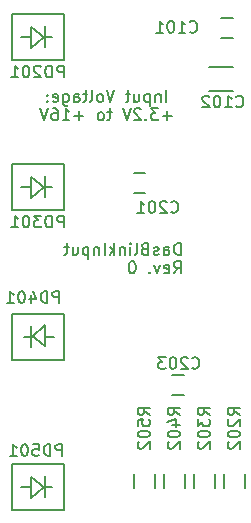
<source format=gbo>
G04 #@! TF.FileFunction,Legend,Bot*
%FSLAX46Y46*%
G04 Gerber Fmt 4.6, Leading zero omitted, Abs format (unit mm)*
G04 Created by KiCad (PCBNEW 4.0.2-stable) date Sunday, December 18, 2016 'PMt' 01:11:39 PM*
%MOMM*%
G01*
G04 APERTURE LIST*
%ADD10C,0.100000*%
%ADD11C,0.150000*%
G04 APERTURE END LIST*
D10*
D11*
X148986905Y-90609381D02*
X148986905Y-89609381D01*
X148748810Y-89609381D01*
X148605952Y-89657000D01*
X148510714Y-89752238D01*
X148463095Y-89847476D01*
X148415476Y-90037952D01*
X148415476Y-90180810D01*
X148463095Y-90371286D01*
X148510714Y-90466524D01*
X148605952Y-90561762D01*
X148748810Y-90609381D01*
X148986905Y-90609381D01*
X147558333Y-90609381D02*
X147558333Y-90085571D01*
X147605952Y-89990333D01*
X147701190Y-89942714D01*
X147891667Y-89942714D01*
X147986905Y-89990333D01*
X147558333Y-90561762D02*
X147653571Y-90609381D01*
X147891667Y-90609381D01*
X147986905Y-90561762D01*
X148034524Y-90466524D01*
X148034524Y-90371286D01*
X147986905Y-90276048D01*
X147891667Y-90228429D01*
X147653571Y-90228429D01*
X147558333Y-90180810D01*
X147129762Y-90561762D02*
X147034524Y-90609381D01*
X146844048Y-90609381D01*
X146748809Y-90561762D01*
X146701190Y-90466524D01*
X146701190Y-90418905D01*
X146748809Y-90323667D01*
X146844048Y-90276048D01*
X146986905Y-90276048D01*
X147082143Y-90228429D01*
X147129762Y-90133190D01*
X147129762Y-90085571D01*
X147082143Y-89990333D01*
X146986905Y-89942714D01*
X146844048Y-89942714D01*
X146748809Y-89990333D01*
X145939285Y-90085571D02*
X145796428Y-90133190D01*
X145748809Y-90180810D01*
X145701190Y-90276048D01*
X145701190Y-90418905D01*
X145748809Y-90514143D01*
X145796428Y-90561762D01*
X145891666Y-90609381D01*
X146272619Y-90609381D01*
X146272619Y-89609381D01*
X145939285Y-89609381D01*
X145844047Y-89657000D01*
X145796428Y-89704619D01*
X145748809Y-89799857D01*
X145748809Y-89895095D01*
X145796428Y-89990333D01*
X145844047Y-90037952D01*
X145939285Y-90085571D01*
X146272619Y-90085571D01*
X145129762Y-90609381D02*
X145225000Y-90561762D01*
X145272619Y-90466524D01*
X145272619Y-89609381D01*
X144748809Y-90609381D02*
X144748809Y-89942714D01*
X144748809Y-89609381D02*
X144796428Y-89657000D01*
X144748809Y-89704619D01*
X144701190Y-89657000D01*
X144748809Y-89609381D01*
X144748809Y-89704619D01*
X144272619Y-89942714D02*
X144272619Y-90609381D01*
X144272619Y-90037952D02*
X144225000Y-89990333D01*
X144129762Y-89942714D01*
X143986904Y-89942714D01*
X143891666Y-89990333D01*
X143844047Y-90085571D01*
X143844047Y-90609381D01*
X143367857Y-90609381D02*
X143367857Y-89609381D01*
X143272619Y-90228429D02*
X142986904Y-90609381D01*
X142986904Y-89942714D02*
X143367857Y-90323667D01*
X142558333Y-90609381D02*
X142558333Y-89609381D01*
X142082143Y-89942714D02*
X142082143Y-90609381D01*
X142082143Y-90037952D02*
X142034524Y-89990333D01*
X141939286Y-89942714D01*
X141796428Y-89942714D01*
X141701190Y-89990333D01*
X141653571Y-90085571D01*
X141653571Y-90609381D01*
X141177381Y-89942714D02*
X141177381Y-90942714D01*
X141177381Y-89990333D02*
X141082143Y-89942714D01*
X140891666Y-89942714D01*
X140796428Y-89990333D01*
X140748809Y-90037952D01*
X140701190Y-90133190D01*
X140701190Y-90418905D01*
X140748809Y-90514143D01*
X140796428Y-90561762D01*
X140891666Y-90609381D01*
X141082143Y-90609381D01*
X141177381Y-90561762D01*
X139844047Y-89942714D02*
X139844047Y-90609381D01*
X140272619Y-89942714D02*
X140272619Y-90466524D01*
X140225000Y-90561762D01*
X140129762Y-90609381D01*
X139986904Y-90609381D01*
X139891666Y-90561762D01*
X139844047Y-90514143D01*
X139510714Y-89942714D02*
X139129762Y-89942714D01*
X139367857Y-89609381D02*
X139367857Y-90466524D01*
X139320238Y-90561762D01*
X139225000Y-90609381D01*
X139129762Y-90609381D01*
X148415476Y-92159381D02*
X148748810Y-91683190D01*
X148986905Y-92159381D02*
X148986905Y-91159381D01*
X148605952Y-91159381D01*
X148510714Y-91207000D01*
X148463095Y-91254619D01*
X148415476Y-91349857D01*
X148415476Y-91492714D01*
X148463095Y-91587952D01*
X148510714Y-91635571D01*
X148605952Y-91683190D01*
X148986905Y-91683190D01*
X147605952Y-92111762D02*
X147701190Y-92159381D01*
X147891667Y-92159381D01*
X147986905Y-92111762D01*
X148034524Y-92016524D01*
X148034524Y-91635571D01*
X147986905Y-91540333D01*
X147891667Y-91492714D01*
X147701190Y-91492714D01*
X147605952Y-91540333D01*
X147558333Y-91635571D01*
X147558333Y-91730810D01*
X148034524Y-91826048D01*
X147225000Y-91492714D02*
X146986905Y-92159381D01*
X146748809Y-91492714D01*
X146367857Y-92064143D02*
X146320238Y-92111762D01*
X146367857Y-92159381D01*
X146415476Y-92111762D01*
X146367857Y-92064143D01*
X146367857Y-92159381D01*
X144939286Y-91159381D02*
X144844047Y-91159381D01*
X144748809Y-91207000D01*
X144701190Y-91254619D01*
X144653571Y-91349857D01*
X144605952Y-91540333D01*
X144605952Y-91778429D01*
X144653571Y-91968905D01*
X144701190Y-92064143D01*
X144748809Y-92111762D01*
X144844047Y-92159381D01*
X144939286Y-92159381D01*
X145034524Y-92111762D01*
X145082143Y-92064143D01*
X145129762Y-91968905D01*
X145177381Y-91778429D01*
X145177381Y-91540333D01*
X145129762Y-91349857D01*
X145082143Y-91254619D01*
X145034524Y-91207000D01*
X144939286Y-91159381D01*
X147771810Y-77655381D02*
X147771810Y-76655381D01*
X147295620Y-76988714D02*
X147295620Y-77655381D01*
X147295620Y-77083952D02*
X147248001Y-77036333D01*
X147152763Y-76988714D01*
X147009905Y-76988714D01*
X146914667Y-77036333D01*
X146867048Y-77131571D01*
X146867048Y-77655381D01*
X146390858Y-76988714D02*
X146390858Y-77988714D01*
X146390858Y-77036333D02*
X146295620Y-76988714D01*
X146105143Y-76988714D01*
X146009905Y-77036333D01*
X145962286Y-77083952D01*
X145914667Y-77179190D01*
X145914667Y-77464905D01*
X145962286Y-77560143D01*
X146009905Y-77607762D01*
X146105143Y-77655381D01*
X146295620Y-77655381D01*
X146390858Y-77607762D01*
X145057524Y-76988714D02*
X145057524Y-77655381D01*
X145486096Y-76988714D02*
X145486096Y-77512524D01*
X145438477Y-77607762D01*
X145343239Y-77655381D01*
X145200381Y-77655381D01*
X145105143Y-77607762D01*
X145057524Y-77560143D01*
X144724191Y-76988714D02*
X144343239Y-76988714D01*
X144581334Y-76655381D02*
X144581334Y-77512524D01*
X144533715Y-77607762D01*
X144438477Y-77655381D01*
X144343239Y-77655381D01*
X143390857Y-76655381D02*
X143057524Y-77655381D01*
X142724190Y-76655381D01*
X142248000Y-77655381D02*
X142343238Y-77607762D01*
X142390857Y-77560143D01*
X142438476Y-77464905D01*
X142438476Y-77179190D01*
X142390857Y-77083952D01*
X142343238Y-77036333D01*
X142248000Y-76988714D01*
X142105142Y-76988714D01*
X142009904Y-77036333D01*
X141962285Y-77083952D01*
X141914666Y-77179190D01*
X141914666Y-77464905D01*
X141962285Y-77560143D01*
X142009904Y-77607762D01*
X142105142Y-77655381D01*
X142248000Y-77655381D01*
X141343238Y-77655381D02*
X141438476Y-77607762D01*
X141486095Y-77512524D01*
X141486095Y-76655381D01*
X141105142Y-76988714D02*
X140724190Y-76988714D01*
X140962285Y-76655381D02*
X140962285Y-77512524D01*
X140914666Y-77607762D01*
X140819428Y-77655381D01*
X140724190Y-77655381D01*
X139962284Y-77655381D02*
X139962284Y-77131571D01*
X140009903Y-77036333D01*
X140105141Y-76988714D01*
X140295618Y-76988714D01*
X140390856Y-77036333D01*
X139962284Y-77607762D02*
X140057522Y-77655381D01*
X140295618Y-77655381D01*
X140390856Y-77607762D01*
X140438475Y-77512524D01*
X140438475Y-77417286D01*
X140390856Y-77322048D01*
X140295618Y-77274429D01*
X140057522Y-77274429D01*
X139962284Y-77226810D01*
X139057522Y-76988714D02*
X139057522Y-77798238D01*
X139105141Y-77893476D01*
X139152760Y-77941095D01*
X139247999Y-77988714D01*
X139390856Y-77988714D01*
X139486094Y-77941095D01*
X139057522Y-77607762D02*
X139152760Y-77655381D01*
X139343237Y-77655381D01*
X139438475Y-77607762D01*
X139486094Y-77560143D01*
X139533713Y-77464905D01*
X139533713Y-77179190D01*
X139486094Y-77083952D01*
X139438475Y-77036333D01*
X139343237Y-76988714D01*
X139152760Y-76988714D01*
X139057522Y-77036333D01*
X138200379Y-77607762D02*
X138295617Y-77655381D01*
X138486094Y-77655381D01*
X138581332Y-77607762D01*
X138628951Y-77512524D01*
X138628951Y-77131571D01*
X138581332Y-77036333D01*
X138486094Y-76988714D01*
X138295617Y-76988714D01*
X138200379Y-77036333D01*
X138152760Y-77131571D01*
X138152760Y-77226810D01*
X138628951Y-77322048D01*
X137724189Y-77560143D02*
X137676570Y-77607762D01*
X137724189Y-77655381D01*
X137771808Y-77607762D01*
X137724189Y-77560143D01*
X137724189Y-77655381D01*
X137724189Y-77036333D02*
X137676570Y-77083952D01*
X137724189Y-77131571D01*
X137771808Y-77083952D01*
X137724189Y-77036333D01*
X137724189Y-77131571D01*
X148248000Y-78824429D02*
X147486095Y-78824429D01*
X147867047Y-79205381D02*
X147867047Y-78443476D01*
X147105143Y-78205381D02*
X146486095Y-78205381D01*
X146819429Y-78586333D01*
X146676571Y-78586333D01*
X146581333Y-78633952D01*
X146533714Y-78681571D01*
X146486095Y-78776810D01*
X146486095Y-79014905D01*
X146533714Y-79110143D01*
X146581333Y-79157762D01*
X146676571Y-79205381D01*
X146962286Y-79205381D01*
X147057524Y-79157762D01*
X147105143Y-79110143D01*
X146057524Y-79110143D02*
X146009905Y-79157762D01*
X146057524Y-79205381D01*
X146105143Y-79157762D01*
X146057524Y-79110143D01*
X146057524Y-79205381D01*
X145628953Y-78300619D02*
X145581334Y-78253000D01*
X145486096Y-78205381D01*
X145248000Y-78205381D01*
X145152762Y-78253000D01*
X145105143Y-78300619D01*
X145057524Y-78395857D01*
X145057524Y-78491095D01*
X145105143Y-78633952D01*
X145676572Y-79205381D01*
X145057524Y-79205381D01*
X144771810Y-78205381D02*
X144438477Y-79205381D01*
X144105143Y-78205381D01*
X143152762Y-78538714D02*
X142771810Y-78538714D01*
X143009905Y-78205381D02*
X143009905Y-79062524D01*
X142962286Y-79157762D01*
X142867048Y-79205381D01*
X142771810Y-79205381D01*
X142295619Y-79205381D02*
X142390857Y-79157762D01*
X142438476Y-79110143D01*
X142486095Y-79014905D01*
X142486095Y-78729190D01*
X142438476Y-78633952D01*
X142390857Y-78586333D01*
X142295619Y-78538714D01*
X142152761Y-78538714D01*
X142057523Y-78586333D01*
X142009904Y-78633952D01*
X141962285Y-78729190D01*
X141962285Y-79014905D01*
X142009904Y-79110143D01*
X142057523Y-79157762D01*
X142152761Y-79205381D01*
X142295619Y-79205381D01*
X140771809Y-78824429D02*
X140009904Y-78824429D01*
X140390856Y-79205381D02*
X140390856Y-78443476D01*
X139009904Y-79205381D02*
X139581333Y-79205381D01*
X139295619Y-79205381D02*
X139295619Y-78205381D01*
X139390857Y-78348238D01*
X139486095Y-78443476D01*
X139581333Y-78491095D01*
X138152761Y-78205381D02*
X138343238Y-78205381D01*
X138438476Y-78253000D01*
X138486095Y-78300619D01*
X138581333Y-78443476D01*
X138628952Y-78633952D01*
X138628952Y-79014905D01*
X138581333Y-79110143D01*
X138533714Y-79157762D01*
X138438476Y-79205381D01*
X138247999Y-79205381D01*
X138152761Y-79157762D01*
X138105142Y-79110143D01*
X138057523Y-79014905D01*
X138057523Y-78776810D01*
X138105142Y-78681571D01*
X138152761Y-78633952D01*
X138247999Y-78586333D01*
X138438476Y-78586333D01*
X138533714Y-78633952D01*
X138581333Y-78681571D01*
X138628952Y-78776810D01*
X137771809Y-78205381D02*
X137438476Y-79205381D01*
X137105142Y-78205381D01*
X152408000Y-70524000D02*
X153408000Y-70524000D01*
X153408000Y-72224000D02*
X152408000Y-72224000D01*
X151400000Y-74667000D02*
X153400000Y-74667000D01*
X153400000Y-76717000D02*
X151400000Y-76717000D01*
X146016600Y-85406600D02*
X145016600Y-85406600D01*
X145016600Y-83706600D02*
X146016600Y-83706600D01*
X148293200Y-100800800D02*
X149293200Y-100800800D01*
X149293200Y-102500800D02*
X148293200Y-102500800D01*
X136306000Y-72136000D02*
X135506000Y-72136000D01*
X137506000Y-72136000D02*
X138106000Y-72136000D01*
X134706000Y-70186000D02*
X134706000Y-74086000D01*
X139106000Y-70186000D02*
X139106000Y-74086000D01*
X139106000Y-74086000D02*
X134706000Y-74086000D01*
X139106000Y-70186000D02*
X134706000Y-70186000D01*
X137506000Y-72236000D02*
X136306000Y-71336000D01*
X136306000Y-71336000D02*
X136306000Y-73136000D01*
X136306000Y-73136000D02*
X137406000Y-72136000D01*
X137506000Y-71236000D02*
X137506000Y-73036000D01*
X136306000Y-84836000D02*
X135506000Y-84836000D01*
X137506000Y-84836000D02*
X138106000Y-84836000D01*
X134706000Y-82886000D02*
X134706000Y-86786000D01*
X139106000Y-82886000D02*
X139106000Y-86786000D01*
X139106000Y-86786000D02*
X134706000Y-86786000D01*
X139106000Y-82886000D02*
X134706000Y-82886000D01*
X137506000Y-84936000D02*
X136306000Y-84036000D01*
X136306000Y-84036000D02*
X136306000Y-85836000D01*
X136306000Y-85836000D02*
X137406000Y-84836000D01*
X137506000Y-83936000D02*
X137506000Y-85736000D01*
X137506000Y-97536000D02*
X138306000Y-97536000D01*
X136306000Y-97536000D02*
X135706000Y-97536000D01*
X139106000Y-99486000D02*
X139106000Y-95586000D01*
X134706000Y-99486000D02*
X134706000Y-95586000D01*
X134706000Y-95586000D02*
X139106000Y-95586000D01*
X134706000Y-99486000D02*
X139106000Y-99486000D01*
X136306000Y-97436000D02*
X137506000Y-98336000D01*
X137506000Y-98336000D02*
X137506000Y-96536000D01*
X137506000Y-96536000D02*
X136406000Y-97536000D01*
X136306000Y-98436000D02*
X136306000Y-96636000D01*
X136306000Y-110236000D02*
X135506000Y-110236000D01*
X137506000Y-110236000D02*
X138106000Y-110236000D01*
X134706000Y-108286000D02*
X134706000Y-112186000D01*
X139106000Y-108286000D02*
X139106000Y-112186000D01*
X139106000Y-112186000D02*
X134706000Y-112186000D01*
X139106000Y-108286000D02*
X134706000Y-108286000D01*
X137506000Y-110336000D02*
X136306000Y-109436000D01*
X136306000Y-109436000D02*
X136306000Y-111236000D01*
X136306000Y-111236000D02*
X137406000Y-110236000D01*
X137506000Y-109336000D02*
X137506000Y-111136000D01*
X152668000Y-109128000D02*
X152668000Y-110328000D01*
X154418000Y-110328000D02*
X154418000Y-109128000D01*
X150128000Y-109128000D02*
X150128000Y-110328000D01*
X151878000Y-110328000D02*
X151878000Y-109128000D01*
X147588000Y-109128000D02*
X147588000Y-110328000D01*
X149338000Y-110328000D02*
X149338000Y-109128000D01*
X145048000Y-109128000D02*
X145048000Y-110328000D01*
X146798000Y-110328000D02*
X146798000Y-109128000D01*
X149785247Y-71705743D02*
X149832866Y-71753362D01*
X149975723Y-71800981D01*
X150070961Y-71800981D01*
X150213819Y-71753362D01*
X150309057Y-71658124D01*
X150356676Y-71562886D01*
X150404295Y-71372410D01*
X150404295Y-71229552D01*
X150356676Y-71039076D01*
X150309057Y-70943838D01*
X150213819Y-70848600D01*
X150070961Y-70800981D01*
X149975723Y-70800981D01*
X149832866Y-70848600D01*
X149785247Y-70896219D01*
X148832866Y-71800981D02*
X149404295Y-71800981D01*
X149118581Y-71800981D02*
X149118581Y-70800981D01*
X149213819Y-70943838D01*
X149309057Y-71039076D01*
X149404295Y-71086695D01*
X148213819Y-70800981D02*
X148118580Y-70800981D01*
X148023342Y-70848600D01*
X147975723Y-70896219D01*
X147928104Y-70991457D01*
X147880485Y-71181933D01*
X147880485Y-71420029D01*
X147928104Y-71610505D01*
X147975723Y-71705743D01*
X148023342Y-71753362D01*
X148118580Y-71800981D01*
X148213819Y-71800981D01*
X148309057Y-71753362D01*
X148356676Y-71705743D01*
X148404295Y-71610505D01*
X148451914Y-71420029D01*
X148451914Y-71181933D01*
X148404295Y-70991457D01*
X148356676Y-70896219D01*
X148309057Y-70848600D01*
X148213819Y-70800981D01*
X146928104Y-71800981D02*
X147499533Y-71800981D01*
X147213819Y-71800981D02*
X147213819Y-70800981D01*
X147309057Y-70943838D01*
X147404295Y-71039076D01*
X147499533Y-71086695D01*
X153696847Y-78030343D02*
X153744466Y-78077962D01*
X153887323Y-78125581D01*
X153982561Y-78125581D01*
X154125419Y-78077962D01*
X154220657Y-77982724D01*
X154268276Y-77887486D01*
X154315895Y-77697010D01*
X154315895Y-77554152D01*
X154268276Y-77363676D01*
X154220657Y-77268438D01*
X154125419Y-77173200D01*
X153982561Y-77125581D01*
X153887323Y-77125581D01*
X153744466Y-77173200D01*
X153696847Y-77220819D01*
X152744466Y-78125581D02*
X153315895Y-78125581D01*
X153030181Y-78125581D02*
X153030181Y-77125581D01*
X153125419Y-77268438D01*
X153220657Y-77363676D01*
X153315895Y-77411295D01*
X152125419Y-77125581D02*
X152030180Y-77125581D01*
X151934942Y-77173200D01*
X151887323Y-77220819D01*
X151839704Y-77316057D01*
X151792085Y-77506533D01*
X151792085Y-77744629D01*
X151839704Y-77935105D01*
X151887323Y-78030343D01*
X151934942Y-78077962D01*
X152030180Y-78125581D01*
X152125419Y-78125581D01*
X152220657Y-78077962D01*
X152268276Y-78030343D01*
X152315895Y-77935105D01*
X152363514Y-77744629D01*
X152363514Y-77506533D01*
X152315895Y-77316057D01*
X152268276Y-77220819D01*
X152220657Y-77173200D01*
X152125419Y-77125581D01*
X151411133Y-77220819D02*
X151363514Y-77173200D01*
X151268276Y-77125581D01*
X151030180Y-77125581D01*
X150934942Y-77173200D01*
X150887323Y-77220819D01*
X150839704Y-77316057D01*
X150839704Y-77411295D01*
X150887323Y-77554152D01*
X151458752Y-78125581D01*
X150839704Y-78125581D01*
X148185047Y-86971143D02*
X148232666Y-87018762D01*
X148375523Y-87066381D01*
X148470761Y-87066381D01*
X148613619Y-87018762D01*
X148708857Y-86923524D01*
X148756476Y-86828286D01*
X148804095Y-86637810D01*
X148804095Y-86494952D01*
X148756476Y-86304476D01*
X148708857Y-86209238D01*
X148613619Y-86114000D01*
X148470761Y-86066381D01*
X148375523Y-86066381D01*
X148232666Y-86114000D01*
X148185047Y-86161619D01*
X147804095Y-86161619D02*
X147756476Y-86114000D01*
X147661238Y-86066381D01*
X147423142Y-86066381D01*
X147327904Y-86114000D01*
X147280285Y-86161619D01*
X147232666Y-86256857D01*
X147232666Y-86352095D01*
X147280285Y-86494952D01*
X147851714Y-87066381D01*
X147232666Y-87066381D01*
X146613619Y-86066381D02*
X146518380Y-86066381D01*
X146423142Y-86114000D01*
X146375523Y-86161619D01*
X146327904Y-86256857D01*
X146280285Y-86447333D01*
X146280285Y-86685429D01*
X146327904Y-86875905D01*
X146375523Y-86971143D01*
X146423142Y-87018762D01*
X146518380Y-87066381D01*
X146613619Y-87066381D01*
X146708857Y-87018762D01*
X146756476Y-86971143D01*
X146804095Y-86875905D01*
X146851714Y-86685429D01*
X146851714Y-86447333D01*
X146804095Y-86256857D01*
X146756476Y-86161619D01*
X146708857Y-86114000D01*
X146613619Y-86066381D01*
X145327904Y-87066381D02*
X145899333Y-87066381D01*
X145613619Y-87066381D02*
X145613619Y-86066381D01*
X145708857Y-86209238D01*
X145804095Y-86304476D01*
X145899333Y-86352095D01*
X149963047Y-100179143D02*
X150010666Y-100226762D01*
X150153523Y-100274381D01*
X150248761Y-100274381D01*
X150391619Y-100226762D01*
X150486857Y-100131524D01*
X150534476Y-100036286D01*
X150582095Y-99845810D01*
X150582095Y-99702952D01*
X150534476Y-99512476D01*
X150486857Y-99417238D01*
X150391619Y-99322000D01*
X150248761Y-99274381D01*
X150153523Y-99274381D01*
X150010666Y-99322000D01*
X149963047Y-99369619D01*
X149582095Y-99369619D02*
X149534476Y-99322000D01*
X149439238Y-99274381D01*
X149201142Y-99274381D01*
X149105904Y-99322000D01*
X149058285Y-99369619D01*
X149010666Y-99464857D01*
X149010666Y-99560095D01*
X149058285Y-99702952D01*
X149629714Y-100274381D01*
X149010666Y-100274381D01*
X148391619Y-99274381D02*
X148296380Y-99274381D01*
X148201142Y-99322000D01*
X148153523Y-99369619D01*
X148105904Y-99464857D01*
X148058285Y-99655333D01*
X148058285Y-99893429D01*
X148105904Y-100083905D01*
X148153523Y-100179143D01*
X148201142Y-100226762D01*
X148296380Y-100274381D01*
X148391619Y-100274381D01*
X148486857Y-100226762D01*
X148534476Y-100179143D01*
X148582095Y-100083905D01*
X148629714Y-99893429D01*
X148629714Y-99655333D01*
X148582095Y-99464857D01*
X148534476Y-99369619D01*
X148486857Y-99322000D01*
X148391619Y-99274381D01*
X147724952Y-99274381D02*
X147105904Y-99274381D01*
X147439238Y-99655333D01*
X147296380Y-99655333D01*
X147201142Y-99702952D01*
X147153523Y-99750571D01*
X147105904Y-99845810D01*
X147105904Y-100083905D01*
X147153523Y-100179143D01*
X147201142Y-100226762D01*
X147296380Y-100274381D01*
X147582095Y-100274381D01*
X147677333Y-100226762D01*
X147724952Y-100179143D01*
X139096476Y-75588381D02*
X139096476Y-74588381D01*
X138715523Y-74588381D01*
X138620285Y-74636000D01*
X138572666Y-74683619D01*
X138525047Y-74778857D01*
X138525047Y-74921714D01*
X138572666Y-75016952D01*
X138620285Y-75064571D01*
X138715523Y-75112190D01*
X139096476Y-75112190D01*
X138096476Y-75588381D02*
X138096476Y-74588381D01*
X137858381Y-74588381D01*
X137715523Y-74636000D01*
X137620285Y-74731238D01*
X137572666Y-74826476D01*
X137525047Y-75016952D01*
X137525047Y-75159810D01*
X137572666Y-75350286D01*
X137620285Y-75445524D01*
X137715523Y-75540762D01*
X137858381Y-75588381D01*
X138096476Y-75588381D01*
X137144095Y-74683619D02*
X137096476Y-74636000D01*
X137001238Y-74588381D01*
X136763142Y-74588381D01*
X136667904Y-74636000D01*
X136620285Y-74683619D01*
X136572666Y-74778857D01*
X136572666Y-74874095D01*
X136620285Y-75016952D01*
X137191714Y-75588381D01*
X136572666Y-75588381D01*
X135953619Y-74588381D02*
X135858380Y-74588381D01*
X135763142Y-74636000D01*
X135715523Y-74683619D01*
X135667904Y-74778857D01*
X135620285Y-74969333D01*
X135620285Y-75207429D01*
X135667904Y-75397905D01*
X135715523Y-75493143D01*
X135763142Y-75540762D01*
X135858380Y-75588381D01*
X135953619Y-75588381D01*
X136048857Y-75540762D01*
X136096476Y-75493143D01*
X136144095Y-75397905D01*
X136191714Y-75207429D01*
X136191714Y-74969333D01*
X136144095Y-74778857D01*
X136096476Y-74683619D01*
X136048857Y-74636000D01*
X135953619Y-74588381D01*
X134667904Y-75588381D02*
X135239333Y-75588381D01*
X134953619Y-75588381D02*
X134953619Y-74588381D01*
X135048857Y-74731238D01*
X135144095Y-74826476D01*
X135239333Y-74874095D01*
X139096476Y-88288381D02*
X139096476Y-87288381D01*
X138715523Y-87288381D01*
X138620285Y-87336000D01*
X138572666Y-87383619D01*
X138525047Y-87478857D01*
X138525047Y-87621714D01*
X138572666Y-87716952D01*
X138620285Y-87764571D01*
X138715523Y-87812190D01*
X139096476Y-87812190D01*
X138096476Y-88288381D02*
X138096476Y-87288381D01*
X137858381Y-87288381D01*
X137715523Y-87336000D01*
X137620285Y-87431238D01*
X137572666Y-87526476D01*
X137525047Y-87716952D01*
X137525047Y-87859810D01*
X137572666Y-88050286D01*
X137620285Y-88145524D01*
X137715523Y-88240762D01*
X137858381Y-88288381D01*
X138096476Y-88288381D01*
X137191714Y-87288381D02*
X136572666Y-87288381D01*
X136906000Y-87669333D01*
X136763142Y-87669333D01*
X136667904Y-87716952D01*
X136620285Y-87764571D01*
X136572666Y-87859810D01*
X136572666Y-88097905D01*
X136620285Y-88193143D01*
X136667904Y-88240762D01*
X136763142Y-88288381D01*
X137048857Y-88288381D01*
X137144095Y-88240762D01*
X137191714Y-88193143D01*
X135953619Y-87288381D02*
X135858380Y-87288381D01*
X135763142Y-87336000D01*
X135715523Y-87383619D01*
X135667904Y-87478857D01*
X135620285Y-87669333D01*
X135620285Y-87907429D01*
X135667904Y-88097905D01*
X135715523Y-88193143D01*
X135763142Y-88240762D01*
X135858380Y-88288381D01*
X135953619Y-88288381D01*
X136048857Y-88240762D01*
X136096476Y-88193143D01*
X136144095Y-88097905D01*
X136191714Y-87907429D01*
X136191714Y-87669333D01*
X136144095Y-87478857D01*
X136096476Y-87383619D01*
X136048857Y-87336000D01*
X135953619Y-87288381D01*
X134667904Y-88288381D02*
X135239333Y-88288381D01*
X134953619Y-88288381D02*
X134953619Y-87288381D01*
X135048857Y-87431238D01*
X135144095Y-87526476D01*
X135239333Y-87574095D01*
X138715476Y-94686381D02*
X138715476Y-93686381D01*
X138334523Y-93686381D01*
X138239285Y-93734000D01*
X138191666Y-93781619D01*
X138144047Y-93876857D01*
X138144047Y-94019714D01*
X138191666Y-94114952D01*
X138239285Y-94162571D01*
X138334523Y-94210190D01*
X138715476Y-94210190D01*
X137715476Y-94686381D02*
X137715476Y-93686381D01*
X137477381Y-93686381D01*
X137334523Y-93734000D01*
X137239285Y-93829238D01*
X137191666Y-93924476D01*
X137144047Y-94114952D01*
X137144047Y-94257810D01*
X137191666Y-94448286D01*
X137239285Y-94543524D01*
X137334523Y-94638762D01*
X137477381Y-94686381D01*
X137715476Y-94686381D01*
X136286904Y-94019714D02*
X136286904Y-94686381D01*
X136525000Y-93638762D02*
X136763095Y-94353048D01*
X136144047Y-94353048D01*
X135572619Y-93686381D02*
X135477380Y-93686381D01*
X135382142Y-93734000D01*
X135334523Y-93781619D01*
X135286904Y-93876857D01*
X135239285Y-94067333D01*
X135239285Y-94305429D01*
X135286904Y-94495905D01*
X135334523Y-94591143D01*
X135382142Y-94638762D01*
X135477380Y-94686381D01*
X135572619Y-94686381D01*
X135667857Y-94638762D01*
X135715476Y-94591143D01*
X135763095Y-94495905D01*
X135810714Y-94305429D01*
X135810714Y-94067333D01*
X135763095Y-93876857D01*
X135715476Y-93781619D01*
X135667857Y-93734000D01*
X135572619Y-93686381D01*
X134286904Y-94686381D02*
X134858333Y-94686381D01*
X134572619Y-94686381D02*
X134572619Y-93686381D01*
X134667857Y-93829238D01*
X134763095Y-93924476D01*
X134858333Y-93972095D01*
X138969476Y-107640381D02*
X138969476Y-106640381D01*
X138588523Y-106640381D01*
X138493285Y-106688000D01*
X138445666Y-106735619D01*
X138398047Y-106830857D01*
X138398047Y-106973714D01*
X138445666Y-107068952D01*
X138493285Y-107116571D01*
X138588523Y-107164190D01*
X138969476Y-107164190D01*
X137969476Y-107640381D02*
X137969476Y-106640381D01*
X137731381Y-106640381D01*
X137588523Y-106688000D01*
X137493285Y-106783238D01*
X137445666Y-106878476D01*
X137398047Y-107068952D01*
X137398047Y-107211810D01*
X137445666Y-107402286D01*
X137493285Y-107497524D01*
X137588523Y-107592762D01*
X137731381Y-107640381D01*
X137969476Y-107640381D01*
X136493285Y-106640381D02*
X136969476Y-106640381D01*
X137017095Y-107116571D01*
X136969476Y-107068952D01*
X136874238Y-107021333D01*
X136636142Y-107021333D01*
X136540904Y-107068952D01*
X136493285Y-107116571D01*
X136445666Y-107211810D01*
X136445666Y-107449905D01*
X136493285Y-107545143D01*
X136540904Y-107592762D01*
X136636142Y-107640381D01*
X136874238Y-107640381D01*
X136969476Y-107592762D01*
X137017095Y-107545143D01*
X135826619Y-106640381D02*
X135731380Y-106640381D01*
X135636142Y-106688000D01*
X135588523Y-106735619D01*
X135540904Y-106830857D01*
X135493285Y-107021333D01*
X135493285Y-107259429D01*
X135540904Y-107449905D01*
X135588523Y-107545143D01*
X135636142Y-107592762D01*
X135731380Y-107640381D01*
X135826619Y-107640381D01*
X135921857Y-107592762D01*
X135969476Y-107545143D01*
X136017095Y-107449905D01*
X136064714Y-107259429D01*
X136064714Y-107021333D01*
X136017095Y-106830857D01*
X135969476Y-106735619D01*
X135921857Y-106688000D01*
X135826619Y-106640381D01*
X134540904Y-107640381D02*
X135112333Y-107640381D01*
X134826619Y-107640381D02*
X134826619Y-106640381D01*
X134921857Y-106783238D01*
X135017095Y-106878476D01*
X135112333Y-106926095D01*
X153995381Y-104163953D02*
X153519190Y-103830619D01*
X153995381Y-103592524D02*
X152995381Y-103592524D01*
X152995381Y-103973477D01*
X153043000Y-104068715D01*
X153090619Y-104116334D01*
X153185857Y-104163953D01*
X153328714Y-104163953D01*
X153423952Y-104116334D01*
X153471571Y-104068715D01*
X153519190Y-103973477D01*
X153519190Y-103592524D01*
X153090619Y-104544905D02*
X153043000Y-104592524D01*
X152995381Y-104687762D01*
X152995381Y-104925858D01*
X153043000Y-105021096D01*
X153090619Y-105068715D01*
X153185857Y-105116334D01*
X153281095Y-105116334D01*
X153423952Y-105068715D01*
X153995381Y-104497286D01*
X153995381Y-105116334D01*
X152995381Y-105735381D02*
X152995381Y-105830620D01*
X153043000Y-105925858D01*
X153090619Y-105973477D01*
X153185857Y-106021096D01*
X153376333Y-106068715D01*
X153614429Y-106068715D01*
X153804905Y-106021096D01*
X153900143Y-105973477D01*
X153947762Y-105925858D01*
X153995381Y-105830620D01*
X153995381Y-105735381D01*
X153947762Y-105640143D01*
X153900143Y-105592524D01*
X153804905Y-105544905D01*
X153614429Y-105497286D01*
X153376333Y-105497286D01*
X153185857Y-105544905D01*
X153090619Y-105592524D01*
X153043000Y-105640143D01*
X152995381Y-105735381D01*
X153090619Y-106449667D02*
X153043000Y-106497286D01*
X152995381Y-106592524D01*
X152995381Y-106830620D01*
X153043000Y-106925858D01*
X153090619Y-106973477D01*
X153185857Y-107021096D01*
X153281095Y-107021096D01*
X153423952Y-106973477D01*
X153995381Y-106402048D01*
X153995381Y-107021096D01*
X151455381Y-104163953D02*
X150979190Y-103830619D01*
X151455381Y-103592524D02*
X150455381Y-103592524D01*
X150455381Y-103973477D01*
X150503000Y-104068715D01*
X150550619Y-104116334D01*
X150645857Y-104163953D01*
X150788714Y-104163953D01*
X150883952Y-104116334D01*
X150931571Y-104068715D01*
X150979190Y-103973477D01*
X150979190Y-103592524D01*
X150455381Y-104497286D02*
X150455381Y-105116334D01*
X150836333Y-104783000D01*
X150836333Y-104925858D01*
X150883952Y-105021096D01*
X150931571Y-105068715D01*
X151026810Y-105116334D01*
X151264905Y-105116334D01*
X151360143Y-105068715D01*
X151407762Y-105021096D01*
X151455381Y-104925858D01*
X151455381Y-104640143D01*
X151407762Y-104544905D01*
X151360143Y-104497286D01*
X150455381Y-105735381D02*
X150455381Y-105830620D01*
X150503000Y-105925858D01*
X150550619Y-105973477D01*
X150645857Y-106021096D01*
X150836333Y-106068715D01*
X151074429Y-106068715D01*
X151264905Y-106021096D01*
X151360143Y-105973477D01*
X151407762Y-105925858D01*
X151455381Y-105830620D01*
X151455381Y-105735381D01*
X151407762Y-105640143D01*
X151360143Y-105592524D01*
X151264905Y-105544905D01*
X151074429Y-105497286D01*
X150836333Y-105497286D01*
X150645857Y-105544905D01*
X150550619Y-105592524D01*
X150503000Y-105640143D01*
X150455381Y-105735381D01*
X150550619Y-106449667D02*
X150503000Y-106497286D01*
X150455381Y-106592524D01*
X150455381Y-106830620D01*
X150503000Y-106925858D01*
X150550619Y-106973477D01*
X150645857Y-107021096D01*
X150741095Y-107021096D01*
X150883952Y-106973477D01*
X151455381Y-106402048D01*
X151455381Y-107021096D01*
X148915381Y-104163953D02*
X148439190Y-103830619D01*
X148915381Y-103592524D02*
X147915381Y-103592524D01*
X147915381Y-103973477D01*
X147963000Y-104068715D01*
X148010619Y-104116334D01*
X148105857Y-104163953D01*
X148248714Y-104163953D01*
X148343952Y-104116334D01*
X148391571Y-104068715D01*
X148439190Y-103973477D01*
X148439190Y-103592524D01*
X148248714Y-105021096D02*
X148915381Y-105021096D01*
X147867762Y-104783000D02*
X148582048Y-104544905D01*
X148582048Y-105163953D01*
X147915381Y-105735381D02*
X147915381Y-105830620D01*
X147963000Y-105925858D01*
X148010619Y-105973477D01*
X148105857Y-106021096D01*
X148296333Y-106068715D01*
X148534429Y-106068715D01*
X148724905Y-106021096D01*
X148820143Y-105973477D01*
X148867762Y-105925858D01*
X148915381Y-105830620D01*
X148915381Y-105735381D01*
X148867762Y-105640143D01*
X148820143Y-105592524D01*
X148724905Y-105544905D01*
X148534429Y-105497286D01*
X148296333Y-105497286D01*
X148105857Y-105544905D01*
X148010619Y-105592524D01*
X147963000Y-105640143D01*
X147915381Y-105735381D01*
X148010619Y-106449667D02*
X147963000Y-106497286D01*
X147915381Y-106592524D01*
X147915381Y-106830620D01*
X147963000Y-106925858D01*
X148010619Y-106973477D01*
X148105857Y-107021096D01*
X148201095Y-107021096D01*
X148343952Y-106973477D01*
X148915381Y-106402048D01*
X148915381Y-107021096D01*
X146375381Y-104163953D02*
X145899190Y-103830619D01*
X146375381Y-103592524D02*
X145375381Y-103592524D01*
X145375381Y-103973477D01*
X145423000Y-104068715D01*
X145470619Y-104116334D01*
X145565857Y-104163953D01*
X145708714Y-104163953D01*
X145803952Y-104116334D01*
X145851571Y-104068715D01*
X145899190Y-103973477D01*
X145899190Y-103592524D01*
X145375381Y-105068715D02*
X145375381Y-104592524D01*
X145851571Y-104544905D01*
X145803952Y-104592524D01*
X145756333Y-104687762D01*
X145756333Y-104925858D01*
X145803952Y-105021096D01*
X145851571Y-105068715D01*
X145946810Y-105116334D01*
X146184905Y-105116334D01*
X146280143Y-105068715D01*
X146327762Y-105021096D01*
X146375381Y-104925858D01*
X146375381Y-104687762D01*
X146327762Y-104592524D01*
X146280143Y-104544905D01*
X145375381Y-105735381D02*
X145375381Y-105830620D01*
X145423000Y-105925858D01*
X145470619Y-105973477D01*
X145565857Y-106021096D01*
X145756333Y-106068715D01*
X145994429Y-106068715D01*
X146184905Y-106021096D01*
X146280143Y-105973477D01*
X146327762Y-105925858D01*
X146375381Y-105830620D01*
X146375381Y-105735381D01*
X146327762Y-105640143D01*
X146280143Y-105592524D01*
X146184905Y-105544905D01*
X145994429Y-105497286D01*
X145756333Y-105497286D01*
X145565857Y-105544905D01*
X145470619Y-105592524D01*
X145423000Y-105640143D01*
X145375381Y-105735381D01*
X145470619Y-106449667D02*
X145423000Y-106497286D01*
X145375381Y-106592524D01*
X145375381Y-106830620D01*
X145423000Y-106925858D01*
X145470619Y-106973477D01*
X145565857Y-107021096D01*
X145661095Y-107021096D01*
X145803952Y-106973477D01*
X146375381Y-106402048D01*
X146375381Y-107021096D01*
M02*

</source>
